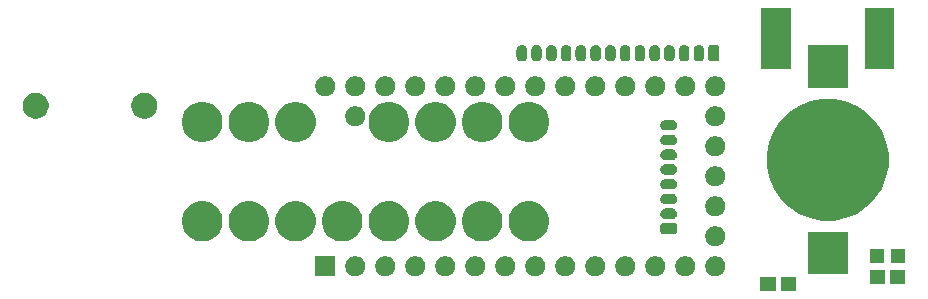
<source format=gbs>
G04 #@! TF.GenerationSoftware,KiCad,Pcbnew,5.1.5*
G04 #@! TF.CreationDate,2019-12-04T09:49:36-05:00*
G04 #@! TF.ProjectId,obd-teensy-oled,6f62642d-7465-4656-9e73-792d6f6c6564,rev?*
G04 #@! TF.SameCoordinates,Original*
G04 #@! TF.FileFunction,Soldermask,Bot*
G04 #@! TF.FilePolarity,Negative*
%FSLAX46Y46*%
G04 Gerber Fmt 4.6, Leading zero omitted, Abs format (unit mm)*
G04 Created by KiCad (PCBNEW 5.1.5) date 2019-12-04 09:49:36*
%MOMM*%
%LPD*%
G04 APERTURE LIST*
%ADD10C,0.100000*%
G04 APERTURE END LIST*
D10*
G36*
X182601870Y-106391710D02*
G01*
X181298850Y-106391710D01*
X181298850Y-105190290D01*
X182601870Y-105190290D01*
X182601870Y-106391710D01*
G37*
G36*
X180905150Y-106391710D02*
G01*
X179602130Y-106391710D01*
X179602130Y-105190290D01*
X180905150Y-105190290D01*
X180905150Y-106391710D01*
G37*
G36*
X191872870Y-105756710D02*
G01*
X190569850Y-105756710D01*
X190569850Y-104555290D01*
X191872870Y-104555290D01*
X191872870Y-105756710D01*
G37*
G36*
X190176150Y-105756710D02*
G01*
X188873130Y-105756710D01*
X188873130Y-104555290D01*
X190176150Y-104555290D01*
X190176150Y-105756710D01*
G37*
G36*
X168396169Y-103448895D02*
G01*
X168551005Y-103513031D01*
X168690354Y-103606140D01*
X168808860Y-103724646D01*
X168901969Y-103863995D01*
X168966105Y-104018831D01*
X168998800Y-104183203D01*
X168998800Y-104350797D01*
X168966105Y-104515169D01*
X168901969Y-104670005D01*
X168808860Y-104809354D01*
X168690354Y-104927860D01*
X168551005Y-105020969D01*
X168396169Y-105085105D01*
X168231797Y-105117800D01*
X168064203Y-105117800D01*
X167899831Y-105085105D01*
X167744995Y-105020969D01*
X167605646Y-104927860D01*
X167487140Y-104809354D01*
X167394031Y-104670005D01*
X167329895Y-104515169D01*
X167297200Y-104350797D01*
X167297200Y-104183203D01*
X167329895Y-104018831D01*
X167394031Y-103863995D01*
X167487140Y-103724646D01*
X167605646Y-103606140D01*
X167744995Y-103513031D01*
X167899831Y-103448895D01*
X168064203Y-103416200D01*
X168231797Y-103416200D01*
X168396169Y-103448895D01*
G37*
G36*
X145536169Y-103448895D02*
G01*
X145691005Y-103513031D01*
X145830354Y-103606140D01*
X145948860Y-103724646D01*
X146041969Y-103863995D01*
X146106105Y-104018831D01*
X146138800Y-104183203D01*
X146138800Y-104350797D01*
X146106105Y-104515169D01*
X146041969Y-104670005D01*
X145948860Y-104809354D01*
X145830354Y-104927860D01*
X145691005Y-105020969D01*
X145536169Y-105085105D01*
X145371797Y-105117800D01*
X145204203Y-105117800D01*
X145039831Y-105085105D01*
X144884995Y-105020969D01*
X144745646Y-104927860D01*
X144627140Y-104809354D01*
X144534031Y-104670005D01*
X144469895Y-104515169D01*
X144437200Y-104350797D01*
X144437200Y-104183203D01*
X144469895Y-104018831D01*
X144534031Y-103863995D01*
X144627140Y-103724646D01*
X144745646Y-103606140D01*
X144884995Y-103513031D01*
X145039831Y-103448895D01*
X145204203Y-103416200D01*
X145371797Y-103416200D01*
X145536169Y-103448895D01*
G37*
G36*
X143598800Y-105117800D02*
G01*
X141897200Y-105117800D01*
X141897200Y-103416200D01*
X143598800Y-103416200D01*
X143598800Y-105117800D01*
G37*
G36*
X173476169Y-103448895D02*
G01*
X173631005Y-103513031D01*
X173770354Y-103606140D01*
X173888860Y-103724646D01*
X173981969Y-103863995D01*
X174046105Y-104018831D01*
X174078800Y-104183203D01*
X174078800Y-104350797D01*
X174046105Y-104515169D01*
X173981969Y-104670005D01*
X173888860Y-104809354D01*
X173770354Y-104927860D01*
X173631005Y-105020969D01*
X173476169Y-105085105D01*
X173311797Y-105117800D01*
X173144203Y-105117800D01*
X172979831Y-105085105D01*
X172824995Y-105020969D01*
X172685646Y-104927860D01*
X172567140Y-104809354D01*
X172474031Y-104670005D01*
X172409895Y-104515169D01*
X172377200Y-104350797D01*
X172377200Y-104183203D01*
X172409895Y-104018831D01*
X172474031Y-103863995D01*
X172567140Y-103724646D01*
X172685646Y-103606140D01*
X172824995Y-103513031D01*
X172979831Y-103448895D01*
X173144203Y-103416200D01*
X173311797Y-103416200D01*
X173476169Y-103448895D01*
G37*
G36*
X170936169Y-103448895D02*
G01*
X171091005Y-103513031D01*
X171230354Y-103606140D01*
X171348860Y-103724646D01*
X171441969Y-103863995D01*
X171506105Y-104018831D01*
X171538800Y-104183203D01*
X171538800Y-104350797D01*
X171506105Y-104515169D01*
X171441969Y-104670005D01*
X171348860Y-104809354D01*
X171230354Y-104927860D01*
X171091005Y-105020969D01*
X170936169Y-105085105D01*
X170771797Y-105117800D01*
X170604203Y-105117800D01*
X170439831Y-105085105D01*
X170284995Y-105020969D01*
X170145646Y-104927860D01*
X170027140Y-104809354D01*
X169934031Y-104670005D01*
X169869895Y-104515169D01*
X169837200Y-104350797D01*
X169837200Y-104183203D01*
X169869895Y-104018831D01*
X169934031Y-103863995D01*
X170027140Y-103724646D01*
X170145646Y-103606140D01*
X170284995Y-103513031D01*
X170439831Y-103448895D01*
X170604203Y-103416200D01*
X170771797Y-103416200D01*
X170936169Y-103448895D01*
G37*
G36*
X165856169Y-103448895D02*
G01*
X166011005Y-103513031D01*
X166150354Y-103606140D01*
X166268860Y-103724646D01*
X166361969Y-103863995D01*
X166426105Y-104018831D01*
X166458800Y-104183203D01*
X166458800Y-104350797D01*
X166426105Y-104515169D01*
X166361969Y-104670005D01*
X166268860Y-104809354D01*
X166150354Y-104927860D01*
X166011005Y-105020969D01*
X165856169Y-105085105D01*
X165691797Y-105117800D01*
X165524203Y-105117800D01*
X165359831Y-105085105D01*
X165204995Y-105020969D01*
X165065646Y-104927860D01*
X164947140Y-104809354D01*
X164854031Y-104670005D01*
X164789895Y-104515169D01*
X164757200Y-104350797D01*
X164757200Y-104183203D01*
X164789895Y-104018831D01*
X164854031Y-103863995D01*
X164947140Y-103724646D01*
X165065646Y-103606140D01*
X165204995Y-103513031D01*
X165359831Y-103448895D01*
X165524203Y-103416200D01*
X165691797Y-103416200D01*
X165856169Y-103448895D01*
G37*
G36*
X163316169Y-103448895D02*
G01*
X163471005Y-103513031D01*
X163610354Y-103606140D01*
X163728860Y-103724646D01*
X163821969Y-103863995D01*
X163886105Y-104018831D01*
X163918800Y-104183203D01*
X163918800Y-104350797D01*
X163886105Y-104515169D01*
X163821969Y-104670005D01*
X163728860Y-104809354D01*
X163610354Y-104927860D01*
X163471005Y-105020969D01*
X163316169Y-105085105D01*
X163151797Y-105117800D01*
X162984203Y-105117800D01*
X162819831Y-105085105D01*
X162664995Y-105020969D01*
X162525646Y-104927860D01*
X162407140Y-104809354D01*
X162314031Y-104670005D01*
X162249895Y-104515169D01*
X162217200Y-104350797D01*
X162217200Y-104183203D01*
X162249895Y-104018831D01*
X162314031Y-103863995D01*
X162407140Y-103724646D01*
X162525646Y-103606140D01*
X162664995Y-103513031D01*
X162819831Y-103448895D01*
X162984203Y-103416200D01*
X163151797Y-103416200D01*
X163316169Y-103448895D01*
G37*
G36*
X160776169Y-103448895D02*
G01*
X160931005Y-103513031D01*
X161070354Y-103606140D01*
X161188860Y-103724646D01*
X161281969Y-103863995D01*
X161346105Y-104018831D01*
X161378800Y-104183203D01*
X161378800Y-104350797D01*
X161346105Y-104515169D01*
X161281969Y-104670005D01*
X161188860Y-104809354D01*
X161070354Y-104927860D01*
X160931005Y-105020969D01*
X160776169Y-105085105D01*
X160611797Y-105117800D01*
X160444203Y-105117800D01*
X160279831Y-105085105D01*
X160124995Y-105020969D01*
X159985646Y-104927860D01*
X159867140Y-104809354D01*
X159774031Y-104670005D01*
X159709895Y-104515169D01*
X159677200Y-104350797D01*
X159677200Y-104183203D01*
X159709895Y-104018831D01*
X159774031Y-103863995D01*
X159867140Y-103724646D01*
X159985646Y-103606140D01*
X160124995Y-103513031D01*
X160279831Y-103448895D01*
X160444203Y-103416200D01*
X160611797Y-103416200D01*
X160776169Y-103448895D01*
G37*
G36*
X158236169Y-103448895D02*
G01*
X158391005Y-103513031D01*
X158530354Y-103606140D01*
X158648860Y-103724646D01*
X158741969Y-103863995D01*
X158806105Y-104018831D01*
X158838800Y-104183203D01*
X158838800Y-104350797D01*
X158806105Y-104515169D01*
X158741969Y-104670005D01*
X158648860Y-104809354D01*
X158530354Y-104927860D01*
X158391005Y-105020969D01*
X158236169Y-105085105D01*
X158071797Y-105117800D01*
X157904203Y-105117800D01*
X157739831Y-105085105D01*
X157584995Y-105020969D01*
X157445646Y-104927860D01*
X157327140Y-104809354D01*
X157234031Y-104670005D01*
X157169895Y-104515169D01*
X157137200Y-104350797D01*
X157137200Y-104183203D01*
X157169895Y-104018831D01*
X157234031Y-103863995D01*
X157327140Y-103724646D01*
X157445646Y-103606140D01*
X157584995Y-103513031D01*
X157739831Y-103448895D01*
X157904203Y-103416200D01*
X158071797Y-103416200D01*
X158236169Y-103448895D01*
G37*
G36*
X155696169Y-103448895D02*
G01*
X155851005Y-103513031D01*
X155990354Y-103606140D01*
X156108860Y-103724646D01*
X156201969Y-103863995D01*
X156266105Y-104018831D01*
X156298800Y-104183203D01*
X156298800Y-104350797D01*
X156266105Y-104515169D01*
X156201969Y-104670005D01*
X156108860Y-104809354D01*
X155990354Y-104927860D01*
X155851005Y-105020969D01*
X155696169Y-105085105D01*
X155531797Y-105117800D01*
X155364203Y-105117800D01*
X155199831Y-105085105D01*
X155044995Y-105020969D01*
X154905646Y-104927860D01*
X154787140Y-104809354D01*
X154694031Y-104670005D01*
X154629895Y-104515169D01*
X154597200Y-104350797D01*
X154597200Y-104183203D01*
X154629895Y-104018831D01*
X154694031Y-103863995D01*
X154787140Y-103724646D01*
X154905646Y-103606140D01*
X155044995Y-103513031D01*
X155199831Y-103448895D01*
X155364203Y-103416200D01*
X155531797Y-103416200D01*
X155696169Y-103448895D01*
G37*
G36*
X153156169Y-103448895D02*
G01*
X153311005Y-103513031D01*
X153450354Y-103606140D01*
X153568860Y-103724646D01*
X153661969Y-103863995D01*
X153726105Y-104018831D01*
X153758800Y-104183203D01*
X153758800Y-104350797D01*
X153726105Y-104515169D01*
X153661969Y-104670005D01*
X153568860Y-104809354D01*
X153450354Y-104927860D01*
X153311005Y-105020969D01*
X153156169Y-105085105D01*
X152991797Y-105117800D01*
X152824203Y-105117800D01*
X152659831Y-105085105D01*
X152504995Y-105020969D01*
X152365646Y-104927860D01*
X152247140Y-104809354D01*
X152154031Y-104670005D01*
X152089895Y-104515169D01*
X152057200Y-104350797D01*
X152057200Y-104183203D01*
X152089895Y-104018831D01*
X152154031Y-103863995D01*
X152247140Y-103724646D01*
X152365646Y-103606140D01*
X152504995Y-103513031D01*
X152659831Y-103448895D01*
X152824203Y-103416200D01*
X152991797Y-103416200D01*
X153156169Y-103448895D01*
G37*
G36*
X150616169Y-103448895D02*
G01*
X150771005Y-103513031D01*
X150910354Y-103606140D01*
X151028860Y-103724646D01*
X151121969Y-103863995D01*
X151186105Y-104018831D01*
X151218800Y-104183203D01*
X151218800Y-104350797D01*
X151186105Y-104515169D01*
X151121969Y-104670005D01*
X151028860Y-104809354D01*
X150910354Y-104927860D01*
X150771005Y-105020969D01*
X150616169Y-105085105D01*
X150451797Y-105117800D01*
X150284203Y-105117800D01*
X150119831Y-105085105D01*
X149964995Y-105020969D01*
X149825646Y-104927860D01*
X149707140Y-104809354D01*
X149614031Y-104670005D01*
X149549895Y-104515169D01*
X149517200Y-104350797D01*
X149517200Y-104183203D01*
X149549895Y-104018831D01*
X149614031Y-103863995D01*
X149707140Y-103724646D01*
X149825646Y-103606140D01*
X149964995Y-103513031D01*
X150119831Y-103448895D01*
X150284203Y-103416200D01*
X150451797Y-103416200D01*
X150616169Y-103448895D01*
G37*
G36*
X176016169Y-103448895D02*
G01*
X176171005Y-103513031D01*
X176310354Y-103606140D01*
X176428860Y-103724646D01*
X176521969Y-103863995D01*
X176586105Y-104018831D01*
X176618800Y-104183203D01*
X176618800Y-104350797D01*
X176586105Y-104515169D01*
X176521969Y-104670005D01*
X176428860Y-104809354D01*
X176310354Y-104927860D01*
X176171005Y-105020969D01*
X176016169Y-105085105D01*
X175851797Y-105117800D01*
X175684203Y-105117800D01*
X175519831Y-105085105D01*
X175364995Y-105020969D01*
X175225646Y-104927860D01*
X175107140Y-104809354D01*
X175014031Y-104670005D01*
X174949895Y-104515169D01*
X174917200Y-104350797D01*
X174917200Y-104183203D01*
X174949895Y-104018831D01*
X175014031Y-103863995D01*
X175107140Y-103724646D01*
X175225646Y-103606140D01*
X175364995Y-103513031D01*
X175519831Y-103448895D01*
X175684203Y-103416200D01*
X175851797Y-103416200D01*
X176016169Y-103448895D01*
G37*
G36*
X148076169Y-103448895D02*
G01*
X148231005Y-103513031D01*
X148370354Y-103606140D01*
X148488860Y-103724646D01*
X148581969Y-103863995D01*
X148646105Y-104018831D01*
X148678800Y-104183203D01*
X148678800Y-104350797D01*
X148646105Y-104515169D01*
X148581969Y-104670005D01*
X148488860Y-104809354D01*
X148370354Y-104927860D01*
X148231005Y-105020969D01*
X148076169Y-105085105D01*
X147911797Y-105117800D01*
X147744203Y-105117800D01*
X147579831Y-105085105D01*
X147424995Y-105020969D01*
X147285646Y-104927860D01*
X147167140Y-104809354D01*
X147074031Y-104670005D01*
X147009895Y-104515169D01*
X146977200Y-104350797D01*
X146977200Y-104183203D01*
X147009895Y-104018831D01*
X147074031Y-103863995D01*
X147167140Y-103724646D01*
X147285646Y-103606140D01*
X147424995Y-103513031D01*
X147579831Y-103448895D01*
X147744203Y-103416200D01*
X147911797Y-103416200D01*
X148076169Y-103448895D01*
G37*
G36*
X186993800Y-104950800D02*
G01*
X183592200Y-104950800D01*
X183592200Y-101349200D01*
X186993800Y-101349200D01*
X186993800Y-104950800D01*
G37*
G36*
X190084710Y-103978710D02*
G01*
X188883290Y-103978710D01*
X188883290Y-102777290D01*
X190084710Y-102777290D01*
X190084710Y-103978710D01*
G37*
G36*
X191837310Y-103978710D02*
G01*
X190635890Y-103978710D01*
X190635890Y-102777290D01*
X191837310Y-102777290D01*
X191837310Y-103978710D01*
G37*
G36*
X176016169Y-100908895D02*
G01*
X176171005Y-100973031D01*
X176310354Y-101066140D01*
X176428860Y-101184646D01*
X176521969Y-101323995D01*
X176586105Y-101478831D01*
X176618800Y-101643203D01*
X176618800Y-101810797D01*
X176586105Y-101975169D01*
X176521969Y-102130005D01*
X176428860Y-102269354D01*
X176310354Y-102387860D01*
X176171005Y-102480969D01*
X176016169Y-102545105D01*
X175851797Y-102577800D01*
X175684203Y-102577800D01*
X175519831Y-102545105D01*
X175364995Y-102480969D01*
X175225646Y-102387860D01*
X175107140Y-102269354D01*
X175014031Y-102130005D01*
X174949895Y-101975169D01*
X174917200Y-101810797D01*
X174917200Y-101643203D01*
X174949895Y-101478831D01*
X175014031Y-101323995D01*
X175107140Y-101184646D01*
X175225646Y-101066140D01*
X175364995Y-100973031D01*
X175519831Y-100908895D01*
X175684203Y-100876200D01*
X175851797Y-100876200D01*
X176016169Y-100908895D01*
G37*
G36*
X132832620Y-98813272D02*
G01*
X133143713Y-98942131D01*
X133216102Y-98990500D01*
X133423692Y-99129207D01*
X133661793Y-99367308D01*
X133751587Y-99501694D01*
X133848869Y-99647287D01*
X133977728Y-99958380D01*
X134043420Y-100288637D01*
X134043420Y-100625363D01*
X133977728Y-100955620D01*
X133848869Y-101266713D01*
X133798983Y-101341373D01*
X133689222Y-101505642D01*
X133661792Y-101546693D01*
X133423693Y-101784792D01*
X133143713Y-101971869D01*
X132832620Y-102100728D01*
X132502363Y-102166420D01*
X132165637Y-102166420D01*
X131835380Y-102100728D01*
X131524287Y-101971869D01*
X131244307Y-101784792D01*
X131006208Y-101546693D01*
X130978779Y-101505642D01*
X130869017Y-101341373D01*
X130819131Y-101266713D01*
X130690272Y-100955620D01*
X130624580Y-100625363D01*
X130624580Y-100288637D01*
X130690272Y-99958380D01*
X130819131Y-99647287D01*
X130916413Y-99501694D01*
X131006207Y-99367308D01*
X131244308Y-99129207D01*
X131451898Y-98990500D01*
X131524287Y-98942131D01*
X131835380Y-98813272D01*
X132165637Y-98747580D01*
X132502363Y-98747580D01*
X132832620Y-98813272D01*
G37*
G36*
X160480520Y-98813272D02*
G01*
X160791613Y-98942131D01*
X160864002Y-98990500D01*
X161071592Y-99129207D01*
X161309693Y-99367308D01*
X161399487Y-99501694D01*
X161496769Y-99647287D01*
X161625628Y-99958380D01*
X161691320Y-100288637D01*
X161691320Y-100625363D01*
X161625628Y-100955620D01*
X161496769Y-101266713D01*
X161446883Y-101341373D01*
X161337122Y-101505642D01*
X161309692Y-101546693D01*
X161071593Y-101784792D01*
X160791613Y-101971869D01*
X160480520Y-102100728D01*
X160150263Y-102166420D01*
X159813537Y-102166420D01*
X159483280Y-102100728D01*
X159172187Y-101971869D01*
X158892207Y-101784792D01*
X158654108Y-101546693D01*
X158626679Y-101505642D01*
X158516917Y-101341373D01*
X158467031Y-101266713D01*
X158338172Y-100955620D01*
X158272480Y-100625363D01*
X158272480Y-100288637D01*
X158338172Y-99958380D01*
X158467031Y-99647287D01*
X158564313Y-99501694D01*
X158654107Y-99367308D01*
X158892208Y-99129207D01*
X159099798Y-98990500D01*
X159172187Y-98942131D01*
X159483280Y-98813272D01*
X159813537Y-98747580D01*
X160150263Y-98747580D01*
X160480520Y-98813272D01*
G37*
G36*
X156530820Y-98813272D02*
G01*
X156841913Y-98942131D01*
X156914302Y-98990500D01*
X157121892Y-99129207D01*
X157359993Y-99367308D01*
X157449787Y-99501694D01*
X157547069Y-99647287D01*
X157675928Y-99958380D01*
X157741620Y-100288637D01*
X157741620Y-100625363D01*
X157675928Y-100955620D01*
X157547069Y-101266713D01*
X157497183Y-101341373D01*
X157387422Y-101505642D01*
X157359992Y-101546693D01*
X157121893Y-101784792D01*
X156841913Y-101971869D01*
X156530820Y-102100728D01*
X156200563Y-102166420D01*
X155863837Y-102166420D01*
X155533580Y-102100728D01*
X155222487Y-101971869D01*
X154942507Y-101784792D01*
X154704408Y-101546693D01*
X154676979Y-101505642D01*
X154567217Y-101341373D01*
X154517331Y-101266713D01*
X154388472Y-100955620D01*
X154322780Y-100625363D01*
X154322780Y-100288637D01*
X154388472Y-99958380D01*
X154517331Y-99647287D01*
X154614613Y-99501694D01*
X154704407Y-99367308D01*
X154942508Y-99129207D01*
X155150098Y-98990500D01*
X155222487Y-98942131D01*
X155533580Y-98813272D01*
X155863837Y-98747580D01*
X156200563Y-98747580D01*
X156530820Y-98813272D01*
G37*
G36*
X152581120Y-98813272D02*
G01*
X152892213Y-98942131D01*
X152964602Y-98990500D01*
X153172192Y-99129207D01*
X153410293Y-99367308D01*
X153500087Y-99501694D01*
X153597369Y-99647287D01*
X153726228Y-99958380D01*
X153791920Y-100288637D01*
X153791920Y-100625363D01*
X153726228Y-100955620D01*
X153597369Y-101266713D01*
X153547483Y-101341373D01*
X153437722Y-101505642D01*
X153410292Y-101546693D01*
X153172193Y-101784792D01*
X152892213Y-101971869D01*
X152581120Y-102100728D01*
X152250863Y-102166420D01*
X151914137Y-102166420D01*
X151583880Y-102100728D01*
X151272787Y-101971869D01*
X150992807Y-101784792D01*
X150754708Y-101546693D01*
X150727279Y-101505642D01*
X150617517Y-101341373D01*
X150567631Y-101266713D01*
X150438772Y-100955620D01*
X150373080Y-100625363D01*
X150373080Y-100288637D01*
X150438772Y-99958380D01*
X150567631Y-99647287D01*
X150664913Y-99501694D01*
X150754707Y-99367308D01*
X150992808Y-99129207D01*
X151200398Y-98990500D01*
X151272787Y-98942131D01*
X151583880Y-98813272D01*
X151914137Y-98747580D01*
X152250863Y-98747580D01*
X152581120Y-98813272D01*
G37*
G36*
X144684260Y-98813272D02*
G01*
X144995353Y-98942131D01*
X145067742Y-98990500D01*
X145275332Y-99129207D01*
X145513433Y-99367308D01*
X145603227Y-99501694D01*
X145700509Y-99647287D01*
X145829368Y-99958380D01*
X145895060Y-100288637D01*
X145895060Y-100625363D01*
X145829368Y-100955620D01*
X145700509Y-101266713D01*
X145650623Y-101341373D01*
X145540862Y-101505642D01*
X145513432Y-101546693D01*
X145275333Y-101784792D01*
X144995353Y-101971869D01*
X144684260Y-102100728D01*
X144354003Y-102166420D01*
X144017277Y-102166420D01*
X143687020Y-102100728D01*
X143375927Y-101971869D01*
X143095947Y-101784792D01*
X142857848Y-101546693D01*
X142830419Y-101505642D01*
X142720657Y-101341373D01*
X142670771Y-101266713D01*
X142541912Y-100955620D01*
X142476220Y-100625363D01*
X142476220Y-100288637D01*
X142541912Y-99958380D01*
X142670771Y-99647287D01*
X142768053Y-99501694D01*
X142857847Y-99367308D01*
X143095948Y-99129207D01*
X143303538Y-98990500D01*
X143375927Y-98942131D01*
X143687020Y-98813272D01*
X144017277Y-98747580D01*
X144354003Y-98747580D01*
X144684260Y-98813272D01*
G37*
G36*
X140734560Y-98813272D02*
G01*
X141045653Y-98942131D01*
X141118042Y-98990500D01*
X141325632Y-99129207D01*
X141563733Y-99367308D01*
X141653527Y-99501694D01*
X141750809Y-99647287D01*
X141879668Y-99958380D01*
X141945360Y-100288637D01*
X141945360Y-100625363D01*
X141879668Y-100955620D01*
X141750809Y-101266713D01*
X141700923Y-101341373D01*
X141591162Y-101505642D01*
X141563732Y-101546693D01*
X141325633Y-101784792D01*
X141045653Y-101971869D01*
X140734560Y-102100728D01*
X140404303Y-102166420D01*
X140067577Y-102166420D01*
X139737320Y-102100728D01*
X139426227Y-101971869D01*
X139146247Y-101784792D01*
X138908148Y-101546693D01*
X138880719Y-101505642D01*
X138770957Y-101341373D01*
X138721071Y-101266713D01*
X138592212Y-100955620D01*
X138526520Y-100625363D01*
X138526520Y-100288637D01*
X138592212Y-99958380D01*
X138721071Y-99647287D01*
X138818353Y-99501694D01*
X138908147Y-99367308D01*
X139146248Y-99129207D01*
X139353838Y-98990500D01*
X139426227Y-98942131D01*
X139737320Y-98813272D01*
X140067577Y-98747580D01*
X140404303Y-98747580D01*
X140734560Y-98813272D01*
G37*
G36*
X136784860Y-98813272D02*
G01*
X137095953Y-98942131D01*
X137168342Y-98990500D01*
X137375932Y-99129207D01*
X137614033Y-99367308D01*
X137703827Y-99501694D01*
X137801109Y-99647287D01*
X137929968Y-99958380D01*
X137995660Y-100288637D01*
X137995660Y-100625363D01*
X137929968Y-100955620D01*
X137801109Y-101266713D01*
X137751223Y-101341373D01*
X137641462Y-101505642D01*
X137614032Y-101546693D01*
X137375933Y-101784792D01*
X137095953Y-101971869D01*
X136784860Y-102100728D01*
X136454603Y-102166420D01*
X136117877Y-102166420D01*
X135787620Y-102100728D01*
X135476527Y-101971869D01*
X135196547Y-101784792D01*
X134958448Y-101546693D01*
X134931019Y-101505642D01*
X134821257Y-101341373D01*
X134771371Y-101266713D01*
X134642512Y-100955620D01*
X134576820Y-100625363D01*
X134576820Y-100288637D01*
X134642512Y-99958380D01*
X134771371Y-99647287D01*
X134868653Y-99501694D01*
X134958447Y-99367308D01*
X135196548Y-99129207D01*
X135404138Y-98990500D01*
X135476527Y-98942131D01*
X135787620Y-98813272D01*
X136117877Y-98747580D01*
X136454603Y-98747580D01*
X136784860Y-98813272D01*
G37*
G36*
X148631420Y-98813272D02*
G01*
X148942513Y-98942131D01*
X149014902Y-98990500D01*
X149222492Y-99129207D01*
X149460593Y-99367308D01*
X149550387Y-99501694D01*
X149647669Y-99647287D01*
X149776528Y-99958380D01*
X149842220Y-100288637D01*
X149842220Y-100625363D01*
X149776528Y-100955620D01*
X149647669Y-101266713D01*
X149597783Y-101341373D01*
X149488022Y-101505642D01*
X149460592Y-101546693D01*
X149222493Y-101784792D01*
X148942513Y-101971869D01*
X148631420Y-102100728D01*
X148301163Y-102166420D01*
X147964437Y-102166420D01*
X147634180Y-102100728D01*
X147323087Y-101971869D01*
X147043107Y-101784792D01*
X146805008Y-101546693D01*
X146777579Y-101505642D01*
X146667817Y-101341373D01*
X146617931Y-101266713D01*
X146489072Y-100955620D01*
X146423380Y-100625363D01*
X146423380Y-100288637D01*
X146489072Y-99958380D01*
X146617931Y-99647287D01*
X146715213Y-99501694D01*
X146805007Y-99367308D01*
X147043108Y-99129207D01*
X147250698Y-98990500D01*
X147323087Y-98942131D01*
X147634180Y-98813272D01*
X147964437Y-98747580D01*
X148301163Y-98747580D01*
X148631420Y-98813272D01*
G37*
G36*
X172370766Y-100625283D02*
G01*
X172408242Y-100636651D01*
X172442778Y-100655111D01*
X172473048Y-100679952D01*
X172497889Y-100710222D01*
X172516349Y-100744758D01*
X172527717Y-100782234D01*
X172531800Y-100823691D01*
X172531800Y-101320309D01*
X172527717Y-101361766D01*
X172516349Y-101399242D01*
X172497889Y-101433778D01*
X172473048Y-101464048D01*
X172442778Y-101488889D01*
X172408242Y-101507349D01*
X172370766Y-101518717D01*
X172329309Y-101522800D01*
X171332691Y-101522800D01*
X171291234Y-101518717D01*
X171253758Y-101507349D01*
X171219222Y-101488889D01*
X171188952Y-101464048D01*
X171164111Y-101433778D01*
X171145651Y-101399242D01*
X171134283Y-101361766D01*
X171130200Y-101320309D01*
X171130200Y-100823691D01*
X171134283Y-100782234D01*
X171145651Y-100744758D01*
X171164111Y-100710222D01*
X171188952Y-100679952D01*
X171219222Y-100655111D01*
X171253758Y-100636651D01*
X171291234Y-100625283D01*
X171332691Y-100621200D01*
X172329309Y-100621200D01*
X172370766Y-100625283D01*
G37*
G36*
X186795433Y-90297142D02*
G01*
X187732819Y-90685420D01*
X188576444Y-91249112D01*
X189293888Y-91966556D01*
X189857580Y-92810181D01*
X190245858Y-93747567D01*
X190443800Y-94742690D01*
X190443800Y-95757310D01*
X190245858Y-96752433D01*
X189857580Y-97689819D01*
X189293888Y-98533444D01*
X188576444Y-99250888D01*
X187732819Y-99814580D01*
X186795433Y-100202858D01*
X185800310Y-100400800D01*
X184785690Y-100400800D01*
X183790567Y-100202858D01*
X182853181Y-99814580D01*
X182009556Y-99250888D01*
X181292112Y-98533444D01*
X180728420Y-97689819D01*
X180340142Y-96752433D01*
X180142200Y-95757310D01*
X180142200Y-94742690D01*
X180340142Y-93747567D01*
X180728420Y-92810181D01*
X181292112Y-91966556D01*
X182009556Y-91249112D01*
X182853181Y-90685420D01*
X183790567Y-90297142D01*
X184785690Y-90099200D01*
X185800310Y-90099200D01*
X186795433Y-90297142D01*
G37*
G36*
X172169369Y-99377722D02*
G01*
X172169372Y-99377723D01*
X172254348Y-99403500D01*
X172332663Y-99445360D01*
X172401306Y-99501694D01*
X172457640Y-99570337D01*
X172499500Y-99648652D01*
X172522330Y-99723912D01*
X172525278Y-99733631D01*
X172533982Y-99822000D01*
X172525278Y-99910369D01*
X172525277Y-99910372D01*
X172499500Y-99995348D01*
X172457640Y-100073663D01*
X172401306Y-100142306D01*
X172332663Y-100198640D01*
X172254348Y-100240500D01*
X172179088Y-100263330D01*
X172169369Y-100266278D01*
X172103149Y-100272800D01*
X171558851Y-100272800D01*
X171492631Y-100266278D01*
X171482912Y-100263330D01*
X171407652Y-100240500D01*
X171329337Y-100198640D01*
X171260694Y-100142306D01*
X171204360Y-100073663D01*
X171162500Y-99995348D01*
X171136723Y-99910372D01*
X171136722Y-99910369D01*
X171128018Y-99822000D01*
X171136722Y-99733631D01*
X171139670Y-99723912D01*
X171162500Y-99648652D01*
X171204360Y-99570337D01*
X171260694Y-99501694D01*
X171329337Y-99445360D01*
X171407652Y-99403500D01*
X171492628Y-99377723D01*
X171492631Y-99377722D01*
X171558851Y-99371200D01*
X172103149Y-99371200D01*
X172169369Y-99377722D01*
G37*
G36*
X176016169Y-98368895D02*
G01*
X176171005Y-98433031D01*
X176310354Y-98526140D01*
X176428860Y-98644646D01*
X176521969Y-98783995D01*
X176586105Y-98938831D01*
X176618800Y-99103203D01*
X176618800Y-99270797D01*
X176586105Y-99435169D01*
X176521969Y-99590005D01*
X176428860Y-99729354D01*
X176310354Y-99847860D01*
X176171005Y-99940969D01*
X176016169Y-100005105D01*
X175851797Y-100037800D01*
X175684203Y-100037800D01*
X175519831Y-100005105D01*
X175364995Y-99940969D01*
X175225646Y-99847860D01*
X175107140Y-99729354D01*
X175014031Y-99590005D01*
X174949895Y-99435169D01*
X174917200Y-99270797D01*
X174917200Y-99103203D01*
X174949895Y-98938831D01*
X175014031Y-98783995D01*
X175107140Y-98644646D01*
X175225646Y-98526140D01*
X175364995Y-98433031D01*
X175519831Y-98368895D01*
X175684203Y-98336200D01*
X175851797Y-98336200D01*
X176016169Y-98368895D01*
G37*
G36*
X172169369Y-98127722D02*
G01*
X172169372Y-98127723D01*
X172254348Y-98153500D01*
X172332663Y-98195360D01*
X172401306Y-98251694D01*
X172457640Y-98320337D01*
X172499500Y-98398652D01*
X172522330Y-98473912D01*
X172525278Y-98483631D01*
X172533982Y-98572000D01*
X172525278Y-98660369D01*
X172525277Y-98660372D01*
X172499500Y-98745348D01*
X172457640Y-98823663D01*
X172401306Y-98892306D01*
X172332663Y-98948640D01*
X172254348Y-98990500D01*
X172179088Y-99013330D01*
X172169369Y-99016278D01*
X172103149Y-99022800D01*
X171558851Y-99022800D01*
X171492631Y-99016278D01*
X171482912Y-99013330D01*
X171407652Y-98990500D01*
X171329337Y-98948640D01*
X171260694Y-98892306D01*
X171204360Y-98823663D01*
X171162500Y-98745348D01*
X171136723Y-98660372D01*
X171136722Y-98660369D01*
X171128018Y-98572000D01*
X171136722Y-98483631D01*
X171139670Y-98473912D01*
X171162500Y-98398652D01*
X171204360Y-98320337D01*
X171260694Y-98251694D01*
X171329337Y-98195360D01*
X171407652Y-98153500D01*
X171492628Y-98127723D01*
X171492631Y-98127722D01*
X171558851Y-98121200D01*
X172103149Y-98121200D01*
X172169369Y-98127722D01*
G37*
G36*
X172169369Y-96877722D02*
G01*
X172169372Y-96877723D01*
X172254348Y-96903500D01*
X172332663Y-96945360D01*
X172401306Y-97001694D01*
X172457640Y-97070337D01*
X172499500Y-97148652D01*
X172511847Y-97189355D01*
X172525278Y-97233631D01*
X172533982Y-97322000D01*
X172525278Y-97410369D01*
X172525277Y-97410372D01*
X172499500Y-97495348D01*
X172457640Y-97573663D01*
X172401306Y-97642306D01*
X172332663Y-97698640D01*
X172254348Y-97740500D01*
X172179088Y-97763330D01*
X172169369Y-97766278D01*
X172103149Y-97772800D01*
X171558851Y-97772800D01*
X171492631Y-97766278D01*
X171482912Y-97763330D01*
X171407652Y-97740500D01*
X171329337Y-97698640D01*
X171260694Y-97642306D01*
X171204360Y-97573663D01*
X171162500Y-97495348D01*
X171136723Y-97410372D01*
X171136722Y-97410369D01*
X171128018Y-97322000D01*
X171136722Y-97233631D01*
X171150153Y-97189355D01*
X171162500Y-97148652D01*
X171204360Y-97070337D01*
X171260694Y-97001694D01*
X171329337Y-96945360D01*
X171407652Y-96903500D01*
X171492628Y-96877723D01*
X171492631Y-96877722D01*
X171558851Y-96871200D01*
X172103149Y-96871200D01*
X172169369Y-96877722D01*
G37*
G36*
X176016169Y-95828895D02*
G01*
X176171005Y-95893031D01*
X176310354Y-95986140D01*
X176428860Y-96104646D01*
X176521969Y-96243995D01*
X176586105Y-96398831D01*
X176618800Y-96563203D01*
X176618800Y-96730797D01*
X176586105Y-96895169D01*
X176521969Y-97050005D01*
X176428860Y-97189354D01*
X176310354Y-97307860D01*
X176171005Y-97400969D01*
X176016169Y-97465105D01*
X175851797Y-97497800D01*
X175684203Y-97497800D01*
X175519831Y-97465105D01*
X175364995Y-97400969D01*
X175225646Y-97307860D01*
X175107140Y-97189354D01*
X175014031Y-97050005D01*
X174949895Y-96895169D01*
X174917200Y-96730797D01*
X174917200Y-96563203D01*
X174949895Y-96398831D01*
X175014031Y-96243995D01*
X175107140Y-96104646D01*
X175225646Y-95986140D01*
X175364995Y-95893031D01*
X175519831Y-95828895D01*
X175684203Y-95796200D01*
X175851797Y-95796200D01*
X176016169Y-95828895D01*
G37*
G36*
X172169369Y-95627722D02*
G01*
X172169372Y-95627723D01*
X172254348Y-95653500D01*
X172332663Y-95695360D01*
X172401306Y-95751694D01*
X172457640Y-95820337D01*
X172499500Y-95898652D01*
X172522330Y-95973912D01*
X172525278Y-95983631D01*
X172533982Y-96072000D01*
X172525278Y-96160369D01*
X172525277Y-96160372D01*
X172499500Y-96245348D01*
X172457640Y-96323663D01*
X172401306Y-96392306D01*
X172332663Y-96448640D01*
X172254348Y-96490500D01*
X172179088Y-96513330D01*
X172169369Y-96516278D01*
X172103149Y-96522800D01*
X171558851Y-96522800D01*
X171492631Y-96516278D01*
X171482912Y-96513330D01*
X171407652Y-96490500D01*
X171329337Y-96448640D01*
X171260694Y-96392306D01*
X171204360Y-96323663D01*
X171162500Y-96245348D01*
X171136723Y-96160372D01*
X171136722Y-96160369D01*
X171128018Y-96072000D01*
X171136722Y-95983631D01*
X171139670Y-95973912D01*
X171162500Y-95898652D01*
X171204360Y-95820337D01*
X171260694Y-95751694D01*
X171329337Y-95695360D01*
X171407652Y-95653500D01*
X171492628Y-95627723D01*
X171492631Y-95627722D01*
X171558851Y-95621200D01*
X172103149Y-95621200D01*
X172169369Y-95627722D01*
G37*
G36*
X172169369Y-94377722D02*
G01*
X172169372Y-94377723D01*
X172254348Y-94403500D01*
X172332663Y-94445360D01*
X172401306Y-94501694D01*
X172457640Y-94570337D01*
X172499500Y-94648652D01*
X172499713Y-94649355D01*
X172525278Y-94733631D01*
X172533982Y-94822000D01*
X172525278Y-94910369D01*
X172525277Y-94910372D01*
X172499500Y-94995348D01*
X172457640Y-95073663D01*
X172401306Y-95142306D01*
X172332663Y-95198640D01*
X172254348Y-95240500D01*
X172179088Y-95263330D01*
X172169369Y-95266278D01*
X172103149Y-95272800D01*
X171558851Y-95272800D01*
X171492631Y-95266278D01*
X171482912Y-95263330D01*
X171407652Y-95240500D01*
X171329337Y-95198640D01*
X171260694Y-95142306D01*
X171204360Y-95073663D01*
X171162500Y-94995348D01*
X171136723Y-94910372D01*
X171136722Y-94910369D01*
X171128018Y-94822000D01*
X171136722Y-94733631D01*
X171162287Y-94649355D01*
X171162500Y-94648652D01*
X171204360Y-94570337D01*
X171260694Y-94501694D01*
X171329337Y-94445360D01*
X171407652Y-94403500D01*
X171492628Y-94377723D01*
X171492631Y-94377722D01*
X171558851Y-94371200D01*
X172103149Y-94371200D01*
X172169369Y-94377722D01*
G37*
G36*
X176016169Y-93288895D02*
G01*
X176171005Y-93353031D01*
X176310354Y-93446140D01*
X176428860Y-93564646D01*
X176521969Y-93703995D01*
X176586105Y-93858831D01*
X176618800Y-94023203D01*
X176618800Y-94190797D01*
X176586105Y-94355169D01*
X176521969Y-94510005D01*
X176428860Y-94649354D01*
X176310354Y-94767860D01*
X176171005Y-94860969D01*
X176016169Y-94925105D01*
X175851797Y-94957800D01*
X175684203Y-94957800D01*
X175519831Y-94925105D01*
X175364995Y-94860969D01*
X175225646Y-94767860D01*
X175107140Y-94649354D01*
X175014031Y-94510005D01*
X174949895Y-94355169D01*
X174917200Y-94190797D01*
X174917200Y-94023203D01*
X174949895Y-93858831D01*
X175014031Y-93703995D01*
X175107140Y-93564646D01*
X175225646Y-93446140D01*
X175364995Y-93353031D01*
X175519831Y-93288895D01*
X175684203Y-93256200D01*
X175851797Y-93256200D01*
X176016169Y-93288895D01*
G37*
G36*
X172169369Y-93127722D02*
G01*
X172169372Y-93127723D01*
X172254348Y-93153500D01*
X172332663Y-93195360D01*
X172401306Y-93251694D01*
X172457640Y-93320337D01*
X172499500Y-93398652D01*
X172513905Y-93446140D01*
X172525278Y-93483631D01*
X172533982Y-93572000D01*
X172525278Y-93660369D01*
X172525277Y-93660372D01*
X172499500Y-93745348D01*
X172457640Y-93823663D01*
X172401306Y-93892306D01*
X172332663Y-93948640D01*
X172254348Y-93990500D01*
X172179088Y-94013330D01*
X172169369Y-94016278D01*
X172103149Y-94022800D01*
X171558851Y-94022800D01*
X171492631Y-94016278D01*
X171482912Y-94013330D01*
X171407652Y-93990500D01*
X171329337Y-93948640D01*
X171260694Y-93892306D01*
X171204360Y-93823663D01*
X171162500Y-93745348D01*
X171136723Y-93660372D01*
X171136722Y-93660369D01*
X171128018Y-93572000D01*
X171136722Y-93483631D01*
X171148095Y-93446140D01*
X171162500Y-93398652D01*
X171204360Y-93320337D01*
X171260694Y-93251694D01*
X171329337Y-93195360D01*
X171407652Y-93153500D01*
X171492628Y-93127723D01*
X171492631Y-93127722D01*
X171558851Y-93121200D01*
X172103149Y-93121200D01*
X172169369Y-93127722D01*
G37*
G36*
X132832620Y-90413492D02*
G01*
X133143713Y-90542351D01*
X133143714Y-90542352D01*
X133423692Y-90729427D01*
X133661793Y-90967528D01*
X133682883Y-90999092D01*
X133848869Y-91247507D01*
X133977728Y-91558600D01*
X134043420Y-91888857D01*
X134043420Y-92225583D01*
X133977728Y-92555840D01*
X133848869Y-92866933D01*
X133848868Y-92866934D01*
X133661793Y-93146912D01*
X133423692Y-93385013D01*
X133332209Y-93446140D01*
X133143713Y-93572089D01*
X132832620Y-93700948D01*
X132502363Y-93766640D01*
X132165637Y-93766640D01*
X131835380Y-93700948D01*
X131524287Y-93572089D01*
X131335791Y-93446140D01*
X131244308Y-93385013D01*
X131006207Y-93146912D01*
X130819132Y-92866934D01*
X130819131Y-92866933D01*
X130690272Y-92555840D01*
X130624580Y-92225583D01*
X130624580Y-91888857D01*
X130690272Y-91558600D01*
X130819131Y-91247507D01*
X130985117Y-90999092D01*
X131006207Y-90967528D01*
X131244308Y-90729427D01*
X131524286Y-90542352D01*
X131524287Y-90542351D01*
X131835380Y-90413492D01*
X132165637Y-90347800D01*
X132502363Y-90347800D01*
X132832620Y-90413492D01*
G37*
G36*
X152581120Y-90413492D02*
G01*
X152892213Y-90542351D01*
X152892214Y-90542352D01*
X153172192Y-90729427D01*
X153410293Y-90967528D01*
X153431383Y-90999092D01*
X153597369Y-91247507D01*
X153726228Y-91558600D01*
X153791920Y-91888857D01*
X153791920Y-92225583D01*
X153726228Y-92555840D01*
X153597369Y-92866933D01*
X153597368Y-92866934D01*
X153410293Y-93146912D01*
X153172192Y-93385013D01*
X153080709Y-93446140D01*
X152892213Y-93572089D01*
X152581120Y-93700948D01*
X152250863Y-93766640D01*
X151914137Y-93766640D01*
X151583880Y-93700948D01*
X151272787Y-93572089D01*
X151084291Y-93446140D01*
X150992808Y-93385013D01*
X150754707Y-93146912D01*
X150567632Y-92866934D01*
X150567631Y-92866933D01*
X150438772Y-92555840D01*
X150373080Y-92225583D01*
X150373080Y-91888857D01*
X150438772Y-91558600D01*
X150567631Y-91247507D01*
X150733617Y-90999092D01*
X150754707Y-90967528D01*
X150992808Y-90729427D01*
X151272786Y-90542352D01*
X151272787Y-90542351D01*
X151583880Y-90413492D01*
X151914137Y-90347800D01*
X152250863Y-90347800D01*
X152581120Y-90413492D01*
G37*
G36*
X140734560Y-90413492D02*
G01*
X141045653Y-90542351D01*
X141045654Y-90542352D01*
X141325632Y-90729427D01*
X141563733Y-90967528D01*
X141584823Y-90999092D01*
X141750809Y-91247507D01*
X141879668Y-91558600D01*
X141945360Y-91888857D01*
X141945360Y-92225583D01*
X141879668Y-92555840D01*
X141750809Y-92866933D01*
X141750808Y-92866934D01*
X141563733Y-93146912D01*
X141325632Y-93385013D01*
X141234149Y-93446140D01*
X141045653Y-93572089D01*
X140734560Y-93700948D01*
X140404303Y-93766640D01*
X140067577Y-93766640D01*
X139737320Y-93700948D01*
X139426227Y-93572089D01*
X139237731Y-93446140D01*
X139146248Y-93385013D01*
X138908147Y-93146912D01*
X138721072Y-92866934D01*
X138721071Y-92866933D01*
X138592212Y-92555840D01*
X138526520Y-92225583D01*
X138526520Y-91888857D01*
X138592212Y-91558600D01*
X138721071Y-91247507D01*
X138887057Y-90999092D01*
X138908147Y-90967528D01*
X139146248Y-90729427D01*
X139426226Y-90542352D01*
X139426227Y-90542351D01*
X139737320Y-90413492D01*
X140067577Y-90347800D01*
X140404303Y-90347800D01*
X140734560Y-90413492D01*
G37*
G36*
X156530820Y-90413492D02*
G01*
X156841913Y-90542351D01*
X156841914Y-90542352D01*
X157121892Y-90729427D01*
X157359993Y-90967528D01*
X157381083Y-90999092D01*
X157547069Y-91247507D01*
X157675928Y-91558600D01*
X157741620Y-91888857D01*
X157741620Y-92225583D01*
X157675928Y-92555840D01*
X157547069Y-92866933D01*
X157547068Y-92866934D01*
X157359993Y-93146912D01*
X157121892Y-93385013D01*
X157030409Y-93446140D01*
X156841913Y-93572089D01*
X156530820Y-93700948D01*
X156200563Y-93766640D01*
X155863837Y-93766640D01*
X155533580Y-93700948D01*
X155222487Y-93572089D01*
X155033991Y-93446140D01*
X154942508Y-93385013D01*
X154704407Y-93146912D01*
X154517332Y-92866934D01*
X154517331Y-92866933D01*
X154388472Y-92555840D01*
X154322780Y-92225583D01*
X154322780Y-91888857D01*
X154388472Y-91558600D01*
X154517331Y-91247507D01*
X154683317Y-90999092D01*
X154704407Y-90967528D01*
X154942508Y-90729427D01*
X155222486Y-90542352D01*
X155222487Y-90542351D01*
X155533580Y-90413492D01*
X155863837Y-90347800D01*
X156200563Y-90347800D01*
X156530820Y-90413492D01*
G37*
G36*
X148631420Y-90413492D02*
G01*
X148942513Y-90542351D01*
X148942514Y-90542352D01*
X149222492Y-90729427D01*
X149460593Y-90967528D01*
X149481683Y-90999092D01*
X149647669Y-91247507D01*
X149776528Y-91558600D01*
X149842220Y-91888857D01*
X149842220Y-92225583D01*
X149776528Y-92555840D01*
X149647669Y-92866933D01*
X149647668Y-92866934D01*
X149460593Y-93146912D01*
X149222492Y-93385013D01*
X149131009Y-93446140D01*
X148942513Y-93572089D01*
X148631420Y-93700948D01*
X148301163Y-93766640D01*
X147964437Y-93766640D01*
X147634180Y-93700948D01*
X147323087Y-93572089D01*
X147134591Y-93446140D01*
X147043108Y-93385013D01*
X146805007Y-93146912D01*
X146617932Y-92866934D01*
X146617931Y-92866933D01*
X146489072Y-92555840D01*
X146423380Y-92225583D01*
X146423380Y-91888857D01*
X146489072Y-91558600D01*
X146617931Y-91247507D01*
X146783917Y-90999092D01*
X146805007Y-90967528D01*
X147043108Y-90729427D01*
X147323086Y-90542352D01*
X147323087Y-90542351D01*
X147634180Y-90413492D01*
X147964437Y-90347800D01*
X148301163Y-90347800D01*
X148631420Y-90413492D01*
G37*
G36*
X136784860Y-90413492D02*
G01*
X137095953Y-90542351D01*
X137095954Y-90542352D01*
X137375932Y-90729427D01*
X137614033Y-90967528D01*
X137635123Y-90999092D01*
X137801109Y-91247507D01*
X137929968Y-91558600D01*
X137995660Y-91888857D01*
X137995660Y-92225583D01*
X137929968Y-92555840D01*
X137801109Y-92866933D01*
X137801108Y-92866934D01*
X137614033Y-93146912D01*
X137375932Y-93385013D01*
X137284449Y-93446140D01*
X137095953Y-93572089D01*
X136784860Y-93700948D01*
X136454603Y-93766640D01*
X136117877Y-93766640D01*
X135787620Y-93700948D01*
X135476527Y-93572089D01*
X135288031Y-93446140D01*
X135196548Y-93385013D01*
X134958447Y-93146912D01*
X134771372Y-92866934D01*
X134771371Y-92866933D01*
X134642512Y-92555840D01*
X134576820Y-92225583D01*
X134576820Y-91888857D01*
X134642512Y-91558600D01*
X134771371Y-91247507D01*
X134937357Y-90999092D01*
X134958447Y-90967528D01*
X135196548Y-90729427D01*
X135476526Y-90542352D01*
X135476527Y-90542351D01*
X135787620Y-90413492D01*
X136117877Y-90347800D01*
X136454603Y-90347800D01*
X136784860Y-90413492D01*
G37*
G36*
X160480520Y-90413492D02*
G01*
X160791613Y-90542351D01*
X160791614Y-90542352D01*
X161071592Y-90729427D01*
X161309693Y-90967528D01*
X161330783Y-90999092D01*
X161496769Y-91247507D01*
X161625628Y-91558600D01*
X161691320Y-91888857D01*
X161691320Y-92225583D01*
X161625628Y-92555840D01*
X161496769Y-92866933D01*
X161496768Y-92866934D01*
X161309693Y-93146912D01*
X161071592Y-93385013D01*
X160980109Y-93446140D01*
X160791613Y-93572089D01*
X160480520Y-93700948D01*
X160150263Y-93766640D01*
X159813537Y-93766640D01*
X159483280Y-93700948D01*
X159172187Y-93572089D01*
X158983691Y-93446140D01*
X158892208Y-93385013D01*
X158654107Y-93146912D01*
X158467032Y-92866934D01*
X158467031Y-92866933D01*
X158338172Y-92555840D01*
X158272480Y-92225583D01*
X158272480Y-91888857D01*
X158338172Y-91558600D01*
X158467031Y-91247507D01*
X158633017Y-90999092D01*
X158654107Y-90967528D01*
X158892208Y-90729427D01*
X159172186Y-90542352D01*
X159172187Y-90542351D01*
X159483280Y-90413492D01*
X159813537Y-90347800D01*
X160150263Y-90347800D01*
X160480520Y-90413492D01*
G37*
G36*
X172169369Y-91877722D02*
G01*
X172169372Y-91877723D01*
X172254348Y-91903500D01*
X172332663Y-91945360D01*
X172401306Y-92001694D01*
X172457640Y-92070337D01*
X172499500Y-92148652D01*
X172522330Y-92223912D01*
X172525278Y-92233631D01*
X172533982Y-92322000D01*
X172525278Y-92410369D01*
X172525277Y-92410372D01*
X172499500Y-92495348D01*
X172457640Y-92573663D01*
X172401306Y-92642306D01*
X172332663Y-92698640D01*
X172254348Y-92740500D01*
X172179088Y-92763330D01*
X172169369Y-92766278D01*
X172103149Y-92772800D01*
X171558851Y-92772800D01*
X171492631Y-92766278D01*
X171482912Y-92763330D01*
X171407652Y-92740500D01*
X171329337Y-92698640D01*
X171260694Y-92642306D01*
X171204360Y-92573663D01*
X171162500Y-92495348D01*
X171136723Y-92410372D01*
X171136722Y-92410369D01*
X171128018Y-92322000D01*
X171136722Y-92233631D01*
X171139670Y-92223912D01*
X171162500Y-92148652D01*
X171204360Y-92070337D01*
X171260694Y-92001694D01*
X171329337Y-91945360D01*
X171407652Y-91903500D01*
X171492628Y-91877723D01*
X171492631Y-91877722D01*
X171558851Y-91871200D01*
X172103149Y-91871200D01*
X172169369Y-91877722D01*
G37*
G36*
X176016169Y-90748895D02*
G01*
X176171005Y-90813031D01*
X176310354Y-90906140D01*
X176428860Y-91024646D01*
X176521969Y-91163995D01*
X176586105Y-91318831D01*
X176618800Y-91483203D01*
X176618800Y-91650797D01*
X176586105Y-91815169D01*
X176521969Y-91970005D01*
X176428860Y-92109354D01*
X176310354Y-92227860D01*
X176171005Y-92320969D01*
X176016169Y-92385105D01*
X175851797Y-92417800D01*
X175684203Y-92417800D01*
X175519831Y-92385105D01*
X175364995Y-92320969D01*
X175225646Y-92227860D01*
X175107140Y-92109354D01*
X175014031Y-91970005D01*
X174949895Y-91815169D01*
X174917200Y-91650797D01*
X174917200Y-91483203D01*
X174949895Y-91318831D01*
X175014031Y-91163995D01*
X175107140Y-91024646D01*
X175225646Y-90906140D01*
X175364995Y-90813031D01*
X175519831Y-90748895D01*
X175684203Y-90716200D01*
X175851797Y-90716200D01*
X176016169Y-90748895D01*
G37*
G36*
X145536169Y-90748895D02*
G01*
X145691005Y-90813031D01*
X145830354Y-90906140D01*
X145948860Y-91024646D01*
X146041969Y-91163995D01*
X146106105Y-91318831D01*
X146138800Y-91483203D01*
X146138800Y-91650797D01*
X146106105Y-91815169D01*
X146041969Y-91970005D01*
X145948860Y-92109354D01*
X145830354Y-92227860D01*
X145691005Y-92320969D01*
X145536169Y-92385105D01*
X145371797Y-92417800D01*
X145204203Y-92417800D01*
X145039831Y-92385105D01*
X144884995Y-92320969D01*
X144745646Y-92227860D01*
X144627140Y-92109354D01*
X144534031Y-91970005D01*
X144469895Y-91815169D01*
X144437200Y-91650797D01*
X144437200Y-91483203D01*
X144469895Y-91318831D01*
X144534031Y-91163995D01*
X144627140Y-91024646D01*
X144745646Y-90906140D01*
X144884995Y-90813031D01*
X145039831Y-90748895D01*
X145204203Y-90716200D01*
X145371797Y-90716200D01*
X145536169Y-90748895D01*
G37*
G36*
X118558092Y-89619503D02*
G01*
X118758424Y-89702483D01*
X118938721Y-89822954D01*
X119092046Y-89976279D01*
X119212517Y-90156576D01*
X119295497Y-90356908D01*
X119337800Y-90569580D01*
X119337800Y-90786420D01*
X119295497Y-90999092D01*
X119212517Y-91199424D01*
X119092046Y-91379721D01*
X118938721Y-91533046D01*
X118758424Y-91653517D01*
X118558092Y-91736497D01*
X118345420Y-91778800D01*
X118128580Y-91778800D01*
X117915908Y-91736497D01*
X117715576Y-91653517D01*
X117535279Y-91533046D01*
X117381954Y-91379721D01*
X117261483Y-91199424D01*
X117178503Y-90999092D01*
X117136200Y-90786420D01*
X117136200Y-90569580D01*
X117178503Y-90356908D01*
X117261483Y-90156576D01*
X117381954Y-89976279D01*
X117535279Y-89822954D01*
X117715576Y-89702483D01*
X117915908Y-89619503D01*
X118128580Y-89577200D01*
X118345420Y-89577200D01*
X118558092Y-89619503D01*
G37*
G36*
X127758092Y-89619503D02*
G01*
X127958424Y-89702483D01*
X128138721Y-89822954D01*
X128292046Y-89976279D01*
X128412517Y-90156576D01*
X128495497Y-90356908D01*
X128537800Y-90569580D01*
X128537800Y-90786420D01*
X128495497Y-90999092D01*
X128412517Y-91199424D01*
X128292046Y-91379721D01*
X128138721Y-91533046D01*
X127958424Y-91653517D01*
X127758092Y-91736497D01*
X127545420Y-91778800D01*
X127328580Y-91778800D01*
X127115908Y-91736497D01*
X126915576Y-91653517D01*
X126735279Y-91533046D01*
X126581954Y-91379721D01*
X126461483Y-91199424D01*
X126378503Y-90999092D01*
X126336200Y-90786420D01*
X126336200Y-90569580D01*
X126378503Y-90356908D01*
X126461483Y-90156576D01*
X126581954Y-89976279D01*
X126735279Y-89822954D01*
X126915576Y-89702483D01*
X127115908Y-89619503D01*
X127328580Y-89577200D01*
X127545420Y-89577200D01*
X127758092Y-89619503D01*
G37*
G36*
X148076169Y-88208895D02*
G01*
X148231005Y-88273031D01*
X148370354Y-88366140D01*
X148488860Y-88484646D01*
X148581969Y-88623995D01*
X148646105Y-88778831D01*
X148678800Y-88943203D01*
X148678800Y-89110797D01*
X148646105Y-89275169D01*
X148581969Y-89430005D01*
X148488860Y-89569354D01*
X148370354Y-89687860D01*
X148231005Y-89780969D01*
X148076169Y-89845105D01*
X147911797Y-89877800D01*
X147744203Y-89877800D01*
X147579831Y-89845105D01*
X147424995Y-89780969D01*
X147285646Y-89687860D01*
X147167140Y-89569354D01*
X147074031Y-89430005D01*
X147009895Y-89275169D01*
X146977200Y-89110797D01*
X146977200Y-88943203D01*
X147009895Y-88778831D01*
X147074031Y-88623995D01*
X147167140Y-88484646D01*
X147285646Y-88366140D01*
X147424995Y-88273031D01*
X147579831Y-88208895D01*
X147744203Y-88176200D01*
X147911797Y-88176200D01*
X148076169Y-88208895D01*
G37*
G36*
X142996169Y-88208895D02*
G01*
X143151005Y-88273031D01*
X143290354Y-88366140D01*
X143408860Y-88484646D01*
X143501969Y-88623995D01*
X143566105Y-88778831D01*
X143598800Y-88943203D01*
X143598800Y-89110797D01*
X143566105Y-89275169D01*
X143501969Y-89430005D01*
X143408860Y-89569354D01*
X143290354Y-89687860D01*
X143151005Y-89780969D01*
X142996169Y-89845105D01*
X142831797Y-89877800D01*
X142664203Y-89877800D01*
X142499831Y-89845105D01*
X142344995Y-89780969D01*
X142205646Y-89687860D01*
X142087140Y-89569354D01*
X141994031Y-89430005D01*
X141929895Y-89275169D01*
X141897200Y-89110797D01*
X141897200Y-88943203D01*
X141929895Y-88778831D01*
X141994031Y-88623995D01*
X142087140Y-88484646D01*
X142205646Y-88366140D01*
X142344995Y-88273031D01*
X142499831Y-88208895D01*
X142664203Y-88176200D01*
X142831797Y-88176200D01*
X142996169Y-88208895D01*
G37*
G36*
X145536169Y-88208895D02*
G01*
X145691005Y-88273031D01*
X145830354Y-88366140D01*
X145948860Y-88484646D01*
X146041969Y-88623995D01*
X146106105Y-88778831D01*
X146138800Y-88943203D01*
X146138800Y-89110797D01*
X146106105Y-89275169D01*
X146041969Y-89430005D01*
X145948860Y-89569354D01*
X145830354Y-89687860D01*
X145691005Y-89780969D01*
X145536169Y-89845105D01*
X145371797Y-89877800D01*
X145204203Y-89877800D01*
X145039831Y-89845105D01*
X144884995Y-89780969D01*
X144745646Y-89687860D01*
X144627140Y-89569354D01*
X144534031Y-89430005D01*
X144469895Y-89275169D01*
X144437200Y-89110797D01*
X144437200Y-88943203D01*
X144469895Y-88778831D01*
X144534031Y-88623995D01*
X144627140Y-88484646D01*
X144745646Y-88366140D01*
X144884995Y-88273031D01*
X145039831Y-88208895D01*
X145204203Y-88176200D01*
X145371797Y-88176200D01*
X145536169Y-88208895D01*
G37*
G36*
X150616169Y-88208895D02*
G01*
X150771005Y-88273031D01*
X150910354Y-88366140D01*
X151028860Y-88484646D01*
X151121969Y-88623995D01*
X151186105Y-88778831D01*
X151218800Y-88943203D01*
X151218800Y-89110797D01*
X151186105Y-89275169D01*
X151121969Y-89430005D01*
X151028860Y-89569354D01*
X150910354Y-89687860D01*
X150771005Y-89780969D01*
X150616169Y-89845105D01*
X150451797Y-89877800D01*
X150284203Y-89877800D01*
X150119831Y-89845105D01*
X149964995Y-89780969D01*
X149825646Y-89687860D01*
X149707140Y-89569354D01*
X149614031Y-89430005D01*
X149549895Y-89275169D01*
X149517200Y-89110797D01*
X149517200Y-88943203D01*
X149549895Y-88778831D01*
X149614031Y-88623995D01*
X149707140Y-88484646D01*
X149825646Y-88366140D01*
X149964995Y-88273031D01*
X150119831Y-88208895D01*
X150284203Y-88176200D01*
X150451797Y-88176200D01*
X150616169Y-88208895D01*
G37*
G36*
X153156169Y-88208895D02*
G01*
X153311005Y-88273031D01*
X153450354Y-88366140D01*
X153568860Y-88484646D01*
X153661969Y-88623995D01*
X153726105Y-88778831D01*
X153758800Y-88943203D01*
X153758800Y-89110797D01*
X153726105Y-89275169D01*
X153661969Y-89430005D01*
X153568860Y-89569354D01*
X153450354Y-89687860D01*
X153311005Y-89780969D01*
X153156169Y-89845105D01*
X152991797Y-89877800D01*
X152824203Y-89877800D01*
X152659831Y-89845105D01*
X152504995Y-89780969D01*
X152365646Y-89687860D01*
X152247140Y-89569354D01*
X152154031Y-89430005D01*
X152089895Y-89275169D01*
X152057200Y-89110797D01*
X152057200Y-88943203D01*
X152089895Y-88778831D01*
X152154031Y-88623995D01*
X152247140Y-88484646D01*
X152365646Y-88366140D01*
X152504995Y-88273031D01*
X152659831Y-88208895D01*
X152824203Y-88176200D01*
X152991797Y-88176200D01*
X153156169Y-88208895D01*
G37*
G36*
X155696169Y-88208895D02*
G01*
X155851005Y-88273031D01*
X155990354Y-88366140D01*
X156108860Y-88484646D01*
X156201969Y-88623995D01*
X156266105Y-88778831D01*
X156298800Y-88943203D01*
X156298800Y-89110797D01*
X156266105Y-89275169D01*
X156201969Y-89430005D01*
X156108860Y-89569354D01*
X155990354Y-89687860D01*
X155851005Y-89780969D01*
X155696169Y-89845105D01*
X155531797Y-89877800D01*
X155364203Y-89877800D01*
X155199831Y-89845105D01*
X155044995Y-89780969D01*
X154905646Y-89687860D01*
X154787140Y-89569354D01*
X154694031Y-89430005D01*
X154629895Y-89275169D01*
X154597200Y-89110797D01*
X154597200Y-88943203D01*
X154629895Y-88778831D01*
X154694031Y-88623995D01*
X154787140Y-88484646D01*
X154905646Y-88366140D01*
X155044995Y-88273031D01*
X155199831Y-88208895D01*
X155364203Y-88176200D01*
X155531797Y-88176200D01*
X155696169Y-88208895D01*
G37*
G36*
X158236169Y-88208895D02*
G01*
X158391005Y-88273031D01*
X158530354Y-88366140D01*
X158648860Y-88484646D01*
X158741969Y-88623995D01*
X158806105Y-88778831D01*
X158838800Y-88943203D01*
X158838800Y-89110797D01*
X158806105Y-89275169D01*
X158741969Y-89430005D01*
X158648860Y-89569354D01*
X158530354Y-89687860D01*
X158391005Y-89780969D01*
X158236169Y-89845105D01*
X158071797Y-89877800D01*
X157904203Y-89877800D01*
X157739831Y-89845105D01*
X157584995Y-89780969D01*
X157445646Y-89687860D01*
X157327140Y-89569354D01*
X157234031Y-89430005D01*
X157169895Y-89275169D01*
X157137200Y-89110797D01*
X157137200Y-88943203D01*
X157169895Y-88778831D01*
X157234031Y-88623995D01*
X157327140Y-88484646D01*
X157445646Y-88366140D01*
X157584995Y-88273031D01*
X157739831Y-88208895D01*
X157904203Y-88176200D01*
X158071797Y-88176200D01*
X158236169Y-88208895D01*
G37*
G36*
X160776169Y-88208895D02*
G01*
X160931005Y-88273031D01*
X161070354Y-88366140D01*
X161188860Y-88484646D01*
X161281969Y-88623995D01*
X161346105Y-88778831D01*
X161378800Y-88943203D01*
X161378800Y-89110797D01*
X161346105Y-89275169D01*
X161281969Y-89430005D01*
X161188860Y-89569354D01*
X161070354Y-89687860D01*
X160931005Y-89780969D01*
X160776169Y-89845105D01*
X160611797Y-89877800D01*
X160444203Y-89877800D01*
X160279831Y-89845105D01*
X160124995Y-89780969D01*
X159985646Y-89687860D01*
X159867140Y-89569354D01*
X159774031Y-89430005D01*
X159709895Y-89275169D01*
X159677200Y-89110797D01*
X159677200Y-88943203D01*
X159709895Y-88778831D01*
X159774031Y-88623995D01*
X159867140Y-88484646D01*
X159985646Y-88366140D01*
X160124995Y-88273031D01*
X160279831Y-88208895D01*
X160444203Y-88176200D01*
X160611797Y-88176200D01*
X160776169Y-88208895D01*
G37*
G36*
X168396169Y-88208895D02*
G01*
X168551005Y-88273031D01*
X168690354Y-88366140D01*
X168808860Y-88484646D01*
X168901969Y-88623995D01*
X168966105Y-88778831D01*
X168998800Y-88943203D01*
X168998800Y-89110797D01*
X168966105Y-89275169D01*
X168901969Y-89430005D01*
X168808860Y-89569354D01*
X168690354Y-89687860D01*
X168551005Y-89780969D01*
X168396169Y-89845105D01*
X168231797Y-89877800D01*
X168064203Y-89877800D01*
X167899831Y-89845105D01*
X167744995Y-89780969D01*
X167605646Y-89687860D01*
X167487140Y-89569354D01*
X167394031Y-89430005D01*
X167329895Y-89275169D01*
X167297200Y-89110797D01*
X167297200Y-88943203D01*
X167329895Y-88778831D01*
X167394031Y-88623995D01*
X167487140Y-88484646D01*
X167605646Y-88366140D01*
X167744995Y-88273031D01*
X167899831Y-88208895D01*
X168064203Y-88176200D01*
X168231797Y-88176200D01*
X168396169Y-88208895D01*
G37*
G36*
X170936169Y-88208895D02*
G01*
X171091005Y-88273031D01*
X171230354Y-88366140D01*
X171348860Y-88484646D01*
X171441969Y-88623995D01*
X171506105Y-88778831D01*
X171538800Y-88943203D01*
X171538800Y-89110797D01*
X171506105Y-89275169D01*
X171441969Y-89430005D01*
X171348860Y-89569354D01*
X171230354Y-89687860D01*
X171091005Y-89780969D01*
X170936169Y-89845105D01*
X170771797Y-89877800D01*
X170604203Y-89877800D01*
X170439831Y-89845105D01*
X170284995Y-89780969D01*
X170145646Y-89687860D01*
X170027140Y-89569354D01*
X169934031Y-89430005D01*
X169869895Y-89275169D01*
X169837200Y-89110797D01*
X169837200Y-88943203D01*
X169869895Y-88778831D01*
X169934031Y-88623995D01*
X170027140Y-88484646D01*
X170145646Y-88366140D01*
X170284995Y-88273031D01*
X170439831Y-88208895D01*
X170604203Y-88176200D01*
X170771797Y-88176200D01*
X170936169Y-88208895D01*
G37*
G36*
X173476169Y-88208895D02*
G01*
X173631005Y-88273031D01*
X173770354Y-88366140D01*
X173888860Y-88484646D01*
X173981969Y-88623995D01*
X174046105Y-88778831D01*
X174078800Y-88943203D01*
X174078800Y-89110797D01*
X174046105Y-89275169D01*
X173981969Y-89430005D01*
X173888860Y-89569354D01*
X173770354Y-89687860D01*
X173631005Y-89780969D01*
X173476169Y-89845105D01*
X173311797Y-89877800D01*
X173144203Y-89877800D01*
X172979831Y-89845105D01*
X172824995Y-89780969D01*
X172685646Y-89687860D01*
X172567140Y-89569354D01*
X172474031Y-89430005D01*
X172409895Y-89275169D01*
X172377200Y-89110797D01*
X172377200Y-88943203D01*
X172409895Y-88778831D01*
X172474031Y-88623995D01*
X172567140Y-88484646D01*
X172685646Y-88366140D01*
X172824995Y-88273031D01*
X172979831Y-88208895D01*
X173144203Y-88176200D01*
X173311797Y-88176200D01*
X173476169Y-88208895D01*
G37*
G36*
X165856169Y-88208895D02*
G01*
X166011005Y-88273031D01*
X166150354Y-88366140D01*
X166268860Y-88484646D01*
X166361969Y-88623995D01*
X166426105Y-88778831D01*
X166458800Y-88943203D01*
X166458800Y-89110797D01*
X166426105Y-89275169D01*
X166361969Y-89430005D01*
X166268860Y-89569354D01*
X166150354Y-89687860D01*
X166011005Y-89780969D01*
X165856169Y-89845105D01*
X165691797Y-89877800D01*
X165524203Y-89877800D01*
X165359831Y-89845105D01*
X165204995Y-89780969D01*
X165065646Y-89687860D01*
X164947140Y-89569354D01*
X164854031Y-89430005D01*
X164789895Y-89275169D01*
X164757200Y-89110797D01*
X164757200Y-88943203D01*
X164789895Y-88778831D01*
X164854031Y-88623995D01*
X164947140Y-88484646D01*
X165065646Y-88366140D01*
X165204995Y-88273031D01*
X165359831Y-88208895D01*
X165524203Y-88176200D01*
X165691797Y-88176200D01*
X165856169Y-88208895D01*
G37*
G36*
X176016169Y-88208895D02*
G01*
X176171005Y-88273031D01*
X176310354Y-88366140D01*
X176428860Y-88484646D01*
X176521969Y-88623995D01*
X176586105Y-88778831D01*
X176618800Y-88943203D01*
X176618800Y-89110797D01*
X176586105Y-89275169D01*
X176521969Y-89430005D01*
X176428860Y-89569354D01*
X176310354Y-89687860D01*
X176171005Y-89780969D01*
X176016169Y-89845105D01*
X175851797Y-89877800D01*
X175684203Y-89877800D01*
X175519831Y-89845105D01*
X175364995Y-89780969D01*
X175225646Y-89687860D01*
X175107140Y-89569354D01*
X175014031Y-89430005D01*
X174949895Y-89275169D01*
X174917200Y-89110797D01*
X174917200Y-88943203D01*
X174949895Y-88778831D01*
X175014031Y-88623995D01*
X175107140Y-88484646D01*
X175225646Y-88366140D01*
X175364995Y-88273031D01*
X175519831Y-88208895D01*
X175684203Y-88176200D01*
X175851797Y-88176200D01*
X176016169Y-88208895D01*
G37*
G36*
X163316169Y-88208895D02*
G01*
X163471005Y-88273031D01*
X163610354Y-88366140D01*
X163728860Y-88484646D01*
X163821969Y-88623995D01*
X163886105Y-88778831D01*
X163918800Y-88943203D01*
X163918800Y-89110797D01*
X163886105Y-89275169D01*
X163821969Y-89430005D01*
X163728860Y-89569354D01*
X163610354Y-89687860D01*
X163471005Y-89780969D01*
X163316169Y-89845105D01*
X163151797Y-89877800D01*
X162984203Y-89877800D01*
X162819831Y-89845105D01*
X162664995Y-89780969D01*
X162525646Y-89687860D01*
X162407140Y-89569354D01*
X162314031Y-89430005D01*
X162249895Y-89275169D01*
X162217200Y-89110797D01*
X162217200Y-88943203D01*
X162249895Y-88778831D01*
X162314031Y-88623995D01*
X162407140Y-88484646D01*
X162525646Y-88366140D01*
X162664995Y-88273031D01*
X162819831Y-88208895D01*
X162984203Y-88176200D01*
X163151797Y-88176200D01*
X163316169Y-88208895D01*
G37*
G36*
X186993800Y-89150800D02*
G01*
X183592200Y-89150800D01*
X183592200Y-85549200D01*
X186993800Y-85549200D01*
X186993800Y-89150800D01*
G37*
G36*
X190931800Y-87553800D02*
G01*
X188417200Y-87553800D01*
X188417200Y-82372200D01*
X190931800Y-82372200D01*
X190931800Y-87553800D01*
G37*
G36*
X182168800Y-87553800D02*
G01*
X179654200Y-87553800D01*
X179654200Y-82372200D01*
X182168800Y-82372200D01*
X182168800Y-87553800D01*
G37*
G36*
X165729369Y-85538722D02*
G01*
X165729372Y-85538723D01*
X165814348Y-85564500D01*
X165892663Y-85606360D01*
X165961306Y-85662694D01*
X166017640Y-85731337D01*
X166059500Y-85809652D01*
X166082330Y-85884912D01*
X166085278Y-85894631D01*
X166091800Y-85960851D01*
X166091800Y-86505149D01*
X166085278Y-86571369D01*
X166085277Y-86571371D01*
X166085277Y-86571372D01*
X166059500Y-86656348D01*
X166017640Y-86734663D01*
X165961306Y-86803306D01*
X165892662Y-86859640D01*
X165814347Y-86901500D01*
X165739087Y-86924330D01*
X165729368Y-86927278D01*
X165641000Y-86935982D01*
X165552631Y-86927278D01*
X165542912Y-86924330D01*
X165467652Y-86901500D01*
X165389337Y-86859640D01*
X165320694Y-86803306D01*
X165264360Y-86734662D01*
X165222500Y-86656347D01*
X165196723Y-86571371D01*
X165196722Y-86571368D01*
X165190200Y-86505149D01*
X165190201Y-85960851D01*
X165196723Y-85894631D01*
X165199671Y-85884912D01*
X165222501Y-85809652D01*
X165264361Y-85731337D01*
X165320695Y-85662694D01*
X165389338Y-85606360D01*
X165467653Y-85564500D01*
X165552629Y-85538723D01*
X165552632Y-85538722D01*
X165641000Y-85530018D01*
X165729369Y-85538722D01*
G37*
G36*
X169479369Y-85538722D02*
G01*
X169479372Y-85538723D01*
X169564348Y-85564500D01*
X169642663Y-85606360D01*
X169711306Y-85662694D01*
X169767640Y-85731337D01*
X169809500Y-85809652D01*
X169832330Y-85884912D01*
X169835278Y-85894631D01*
X169841800Y-85960851D01*
X169841800Y-86505149D01*
X169835278Y-86571369D01*
X169835277Y-86571371D01*
X169835277Y-86571372D01*
X169809500Y-86656348D01*
X169767640Y-86734663D01*
X169711306Y-86803306D01*
X169642662Y-86859640D01*
X169564347Y-86901500D01*
X169489087Y-86924330D01*
X169479368Y-86927278D01*
X169391000Y-86935982D01*
X169302631Y-86927278D01*
X169292912Y-86924330D01*
X169217652Y-86901500D01*
X169139337Y-86859640D01*
X169070694Y-86803306D01*
X169014360Y-86734662D01*
X168972500Y-86656347D01*
X168946723Y-86571371D01*
X168946722Y-86571368D01*
X168940200Y-86505149D01*
X168940201Y-85960851D01*
X168946723Y-85894631D01*
X168949671Y-85884912D01*
X168972501Y-85809652D01*
X169014361Y-85731337D01*
X169070695Y-85662694D01*
X169139338Y-85606360D01*
X169217653Y-85564500D01*
X169302629Y-85538723D01*
X169302632Y-85538722D01*
X169391000Y-85530018D01*
X169479369Y-85538722D01*
G37*
G36*
X159479369Y-85538722D02*
G01*
X159479372Y-85538723D01*
X159564348Y-85564500D01*
X159642663Y-85606360D01*
X159711306Y-85662694D01*
X159767640Y-85731337D01*
X159809500Y-85809652D01*
X159832330Y-85884912D01*
X159835278Y-85894631D01*
X159841800Y-85960851D01*
X159841800Y-86505149D01*
X159835278Y-86571369D01*
X159835277Y-86571371D01*
X159835277Y-86571372D01*
X159809500Y-86656348D01*
X159767640Y-86734663D01*
X159711306Y-86803306D01*
X159642662Y-86859640D01*
X159564347Y-86901500D01*
X159489087Y-86924330D01*
X159479368Y-86927278D01*
X159391000Y-86935982D01*
X159302631Y-86927278D01*
X159292912Y-86924330D01*
X159217652Y-86901500D01*
X159139337Y-86859640D01*
X159070694Y-86803306D01*
X159014360Y-86734662D01*
X158972500Y-86656347D01*
X158946723Y-86571371D01*
X158946722Y-86571368D01*
X158940200Y-86505149D01*
X158940201Y-85960851D01*
X158946723Y-85894631D01*
X158949671Y-85884912D01*
X158972501Y-85809652D01*
X159014361Y-85731337D01*
X159070695Y-85662694D01*
X159139338Y-85606360D01*
X159217653Y-85564500D01*
X159302629Y-85538723D01*
X159302632Y-85538722D01*
X159391000Y-85530018D01*
X159479369Y-85538722D01*
G37*
G36*
X166979369Y-85538722D02*
G01*
X166979372Y-85538723D01*
X167064348Y-85564500D01*
X167142663Y-85606360D01*
X167211306Y-85662694D01*
X167267640Y-85731337D01*
X167309500Y-85809652D01*
X167332330Y-85884912D01*
X167335278Y-85894631D01*
X167341800Y-85960851D01*
X167341800Y-86505149D01*
X167335278Y-86571369D01*
X167335277Y-86571371D01*
X167335277Y-86571372D01*
X167309500Y-86656348D01*
X167267640Y-86734663D01*
X167211306Y-86803306D01*
X167142662Y-86859640D01*
X167064347Y-86901500D01*
X166989087Y-86924330D01*
X166979368Y-86927278D01*
X166891000Y-86935982D01*
X166802631Y-86927278D01*
X166792912Y-86924330D01*
X166717652Y-86901500D01*
X166639337Y-86859640D01*
X166570694Y-86803306D01*
X166514360Y-86734662D01*
X166472500Y-86656347D01*
X166446723Y-86571371D01*
X166446722Y-86571368D01*
X166440200Y-86505149D01*
X166440201Y-85960851D01*
X166446723Y-85894631D01*
X166449671Y-85884912D01*
X166472501Y-85809652D01*
X166514361Y-85731337D01*
X166570695Y-85662694D01*
X166639338Y-85606360D01*
X166717653Y-85564500D01*
X166802629Y-85538723D01*
X166802632Y-85538722D01*
X166891000Y-85530018D01*
X166979369Y-85538722D01*
G37*
G36*
X168229369Y-85538722D02*
G01*
X168229372Y-85538723D01*
X168314348Y-85564500D01*
X168392663Y-85606360D01*
X168461306Y-85662694D01*
X168517640Y-85731337D01*
X168559500Y-85809652D01*
X168582330Y-85884912D01*
X168585278Y-85894631D01*
X168591800Y-85960851D01*
X168591800Y-86505149D01*
X168585278Y-86571369D01*
X168585277Y-86571371D01*
X168585277Y-86571372D01*
X168559500Y-86656348D01*
X168517640Y-86734663D01*
X168461306Y-86803306D01*
X168392662Y-86859640D01*
X168314347Y-86901500D01*
X168239087Y-86924330D01*
X168229368Y-86927278D01*
X168141000Y-86935982D01*
X168052631Y-86927278D01*
X168042912Y-86924330D01*
X167967652Y-86901500D01*
X167889337Y-86859640D01*
X167820694Y-86803306D01*
X167764360Y-86734662D01*
X167722500Y-86656347D01*
X167696723Y-86571371D01*
X167696722Y-86571368D01*
X167690200Y-86505149D01*
X167690201Y-85960851D01*
X167696723Y-85894631D01*
X167699671Y-85884912D01*
X167722501Y-85809652D01*
X167764361Y-85731337D01*
X167820695Y-85662694D01*
X167889338Y-85606360D01*
X167967653Y-85564500D01*
X168052629Y-85538723D01*
X168052632Y-85538722D01*
X168141000Y-85530018D01*
X168229369Y-85538722D01*
G37*
G36*
X164479369Y-85538722D02*
G01*
X164479372Y-85538723D01*
X164564348Y-85564500D01*
X164642663Y-85606360D01*
X164711306Y-85662694D01*
X164767640Y-85731337D01*
X164809500Y-85809652D01*
X164832330Y-85884912D01*
X164835278Y-85894631D01*
X164841800Y-85960851D01*
X164841800Y-86505149D01*
X164835278Y-86571369D01*
X164835277Y-86571371D01*
X164835277Y-86571372D01*
X164809500Y-86656348D01*
X164767640Y-86734663D01*
X164711306Y-86803306D01*
X164642662Y-86859640D01*
X164564347Y-86901500D01*
X164489087Y-86924330D01*
X164479368Y-86927278D01*
X164391000Y-86935982D01*
X164302631Y-86927278D01*
X164292912Y-86924330D01*
X164217652Y-86901500D01*
X164139337Y-86859640D01*
X164070694Y-86803306D01*
X164014360Y-86734662D01*
X163972500Y-86656347D01*
X163946723Y-86571371D01*
X163946722Y-86571368D01*
X163940200Y-86505149D01*
X163940201Y-85960851D01*
X163946723Y-85894631D01*
X163949671Y-85884912D01*
X163972501Y-85809652D01*
X164014361Y-85731337D01*
X164070695Y-85662694D01*
X164139338Y-85606360D01*
X164217653Y-85564500D01*
X164302629Y-85538723D01*
X164302632Y-85538722D01*
X164391000Y-85530018D01*
X164479369Y-85538722D01*
G37*
G36*
X174479369Y-85538722D02*
G01*
X174479372Y-85538723D01*
X174564348Y-85564500D01*
X174642663Y-85606360D01*
X174711306Y-85662694D01*
X174767640Y-85731337D01*
X174809500Y-85809652D01*
X174832330Y-85884912D01*
X174835278Y-85894631D01*
X174841800Y-85960851D01*
X174841800Y-86505149D01*
X174835278Y-86571369D01*
X174835277Y-86571371D01*
X174835277Y-86571372D01*
X174809500Y-86656348D01*
X174767640Y-86734663D01*
X174711306Y-86803306D01*
X174642662Y-86859640D01*
X174564347Y-86901500D01*
X174489087Y-86924330D01*
X174479368Y-86927278D01*
X174391000Y-86935982D01*
X174302631Y-86927278D01*
X174292912Y-86924330D01*
X174217652Y-86901500D01*
X174139337Y-86859640D01*
X174070694Y-86803306D01*
X174014360Y-86734662D01*
X173972500Y-86656347D01*
X173946723Y-86571371D01*
X173946722Y-86571368D01*
X173940200Y-86505149D01*
X173940201Y-85960851D01*
X173946723Y-85894631D01*
X173949671Y-85884912D01*
X173972501Y-85809652D01*
X174014361Y-85731337D01*
X174070695Y-85662694D01*
X174139338Y-85606360D01*
X174217653Y-85564500D01*
X174302629Y-85538723D01*
X174302632Y-85538722D01*
X174391000Y-85530018D01*
X174479369Y-85538722D01*
G37*
G36*
X173229369Y-85538722D02*
G01*
X173229372Y-85538723D01*
X173314348Y-85564500D01*
X173392663Y-85606360D01*
X173461306Y-85662694D01*
X173517640Y-85731337D01*
X173559500Y-85809652D01*
X173582330Y-85884912D01*
X173585278Y-85894631D01*
X173591800Y-85960851D01*
X173591800Y-86505149D01*
X173585278Y-86571369D01*
X173585277Y-86571371D01*
X173585277Y-86571372D01*
X173559500Y-86656348D01*
X173517640Y-86734663D01*
X173461306Y-86803306D01*
X173392662Y-86859640D01*
X173314347Y-86901500D01*
X173239087Y-86924330D01*
X173229368Y-86927278D01*
X173141000Y-86935982D01*
X173052631Y-86927278D01*
X173042912Y-86924330D01*
X172967652Y-86901500D01*
X172889337Y-86859640D01*
X172820694Y-86803306D01*
X172764360Y-86734662D01*
X172722500Y-86656347D01*
X172696723Y-86571371D01*
X172696722Y-86571368D01*
X172690200Y-86505149D01*
X172690201Y-85960851D01*
X172696723Y-85894631D01*
X172699671Y-85884912D01*
X172722501Y-85809652D01*
X172764361Y-85731337D01*
X172820695Y-85662694D01*
X172889338Y-85606360D01*
X172967653Y-85564500D01*
X173052629Y-85538723D01*
X173052632Y-85538722D01*
X173141000Y-85530018D01*
X173229369Y-85538722D01*
G37*
G36*
X171979369Y-85538722D02*
G01*
X171979372Y-85538723D01*
X172064348Y-85564500D01*
X172142663Y-85606360D01*
X172211306Y-85662694D01*
X172267640Y-85731337D01*
X172309500Y-85809652D01*
X172332330Y-85884912D01*
X172335278Y-85894631D01*
X172341800Y-85960851D01*
X172341800Y-86505149D01*
X172335278Y-86571369D01*
X172335277Y-86571371D01*
X172335277Y-86571372D01*
X172309500Y-86656348D01*
X172267640Y-86734663D01*
X172211306Y-86803306D01*
X172142662Y-86859640D01*
X172064347Y-86901500D01*
X171989087Y-86924330D01*
X171979368Y-86927278D01*
X171891000Y-86935982D01*
X171802631Y-86927278D01*
X171792912Y-86924330D01*
X171717652Y-86901500D01*
X171639337Y-86859640D01*
X171570694Y-86803306D01*
X171514360Y-86734662D01*
X171472500Y-86656347D01*
X171446723Y-86571371D01*
X171446722Y-86571368D01*
X171440200Y-86505149D01*
X171440201Y-85960851D01*
X171446723Y-85894631D01*
X171449671Y-85884912D01*
X171472501Y-85809652D01*
X171514361Y-85731337D01*
X171570695Y-85662694D01*
X171639338Y-85606360D01*
X171717653Y-85564500D01*
X171802629Y-85538723D01*
X171802632Y-85538722D01*
X171891000Y-85530018D01*
X171979369Y-85538722D01*
G37*
G36*
X170729369Y-85538722D02*
G01*
X170729372Y-85538723D01*
X170814348Y-85564500D01*
X170892663Y-85606360D01*
X170961306Y-85662694D01*
X171017640Y-85731337D01*
X171059500Y-85809652D01*
X171082330Y-85884912D01*
X171085278Y-85894631D01*
X171091800Y-85960851D01*
X171091800Y-86505149D01*
X171085278Y-86571369D01*
X171085277Y-86571371D01*
X171085277Y-86571372D01*
X171059500Y-86656348D01*
X171017640Y-86734663D01*
X170961306Y-86803306D01*
X170892662Y-86859640D01*
X170814347Y-86901500D01*
X170739087Y-86924330D01*
X170729368Y-86927278D01*
X170641000Y-86935982D01*
X170552631Y-86927278D01*
X170542912Y-86924330D01*
X170467652Y-86901500D01*
X170389337Y-86859640D01*
X170320694Y-86803306D01*
X170264360Y-86734662D01*
X170222500Y-86656347D01*
X170196723Y-86571371D01*
X170196722Y-86571368D01*
X170190200Y-86505149D01*
X170190201Y-85960851D01*
X170196723Y-85894631D01*
X170199671Y-85884912D01*
X170222501Y-85809652D01*
X170264361Y-85731337D01*
X170320695Y-85662694D01*
X170389338Y-85606360D01*
X170467653Y-85564500D01*
X170552629Y-85538723D01*
X170552632Y-85538722D01*
X170641000Y-85530018D01*
X170729369Y-85538722D01*
G37*
G36*
X161979369Y-85538722D02*
G01*
X161979372Y-85538723D01*
X162064348Y-85564500D01*
X162142663Y-85606360D01*
X162211306Y-85662694D01*
X162267640Y-85731337D01*
X162309500Y-85809652D01*
X162332330Y-85884912D01*
X162335278Y-85894631D01*
X162341800Y-85960851D01*
X162341800Y-86505149D01*
X162335278Y-86571369D01*
X162335277Y-86571371D01*
X162335277Y-86571372D01*
X162309500Y-86656348D01*
X162267640Y-86734663D01*
X162211306Y-86803306D01*
X162142662Y-86859640D01*
X162064347Y-86901500D01*
X161989087Y-86924330D01*
X161979368Y-86927278D01*
X161891000Y-86935982D01*
X161802631Y-86927278D01*
X161792912Y-86924330D01*
X161717652Y-86901500D01*
X161639337Y-86859640D01*
X161570694Y-86803306D01*
X161514360Y-86734662D01*
X161472500Y-86656347D01*
X161446723Y-86571371D01*
X161446722Y-86571368D01*
X161440200Y-86505149D01*
X161440201Y-85960851D01*
X161446723Y-85894631D01*
X161449671Y-85884912D01*
X161472501Y-85809652D01*
X161514361Y-85731337D01*
X161570695Y-85662694D01*
X161639338Y-85606360D01*
X161717653Y-85564500D01*
X161802629Y-85538723D01*
X161802632Y-85538722D01*
X161891000Y-85530018D01*
X161979369Y-85538722D01*
G37*
G36*
X160729369Y-85538722D02*
G01*
X160729372Y-85538723D01*
X160814348Y-85564500D01*
X160892663Y-85606360D01*
X160961306Y-85662694D01*
X161017640Y-85731337D01*
X161059500Y-85809652D01*
X161082330Y-85884912D01*
X161085278Y-85894631D01*
X161091800Y-85960851D01*
X161091800Y-86505149D01*
X161085278Y-86571369D01*
X161085277Y-86571371D01*
X161085277Y-86571372D01*
X161059500Y-86656348D01*
X161017640Y-86734663D01*
X160961306Y-86803306D01*
X160892662Y-86859640D01*
X160814347Y-86901500D01*
X160739087Y-86924330D01*
X160729368Y-86927278D01*
X160641000Y-86935982D01*
X160552631Y-86927278D01*
X160542912Y-86924330D01*
X160467652Y-86901500D01*
X160389337Y-86859640D01*
X160320694Y-86803306D01*
X160264360Y-86734662D01*
X160222500Y-86656347D01*
X160196723Y-86571371D01*
X160196722Y-86571368D01*
X160190200Y-86505149D01*
X160190201Y-85960851D01*
X160196723Y-85894631D01*
X160199671Y-85884912D01*
X160222501Y-85809652D01*
X160264361Y-85731337D01*
X160320695Y-85662694D01*
X160389338Y-85606360D01*
X160467653Y-85564500D01*
X160552629Y-85538723D01*
X160552632Y-85538722D01*
X160641000Y-85530018D01*
X160729369Y-85538722D01*
G37*
G36*
X163229369Y-85538722D02*
G01*
X163229372Y-85538723D01*
X163314348Y-85564500D01*
X163392663Y-85606360D01*
X163461306Y-85662694D01*
X163517640Y-85731337D01*
X163559500Y-85809652D01*
X163582330Y-85884912D01*
X163585278Y-85894631D01*
X163591800Y-85960851D01*
X163591800Y-86505149D01*
X163585278Y-86571369D01*
X163585277Y-86571371D01*
X163585277Y-86571372D01*
X163559500Y-86656348D01*
X163517640Y-86734663D01*
X163461306Y-86803306D01*
X163392662Y-86859640D01*
X163314347Y-86901500D01*
X163239087Y-86924330D01*
X163229368Y-86927278D01*
X163141000Y-86935982D01*
X163052631Y-86927278D01*
X163042912Y-86924330D01*
X162967652Y-86901500D01*
X162889337Y-86859640D01*
X162820694Y-86803306D01*
X162764360Y-86734662D01*
X162722500Y-86656347D01*
X162696723Y-86571371D01*
X162696722Y-86571368D01*
X162690200Y-86505149D01*
X162690201Y-85960851D01*
X162696723Y-85894631D01*
X162699671Y-85884912D01*
X162722501Y-85809652D01*
X162764361Y-85731337D01*
X162820695Y-85662694D01*
X162889338Y-85606360D01*
X162967653Y-85564500D01*
X163052629Y-85538723D01*
X163052632Y-85538722D01*
X163141000Y-85530018D01*
X163229369Y-85538722D01*
G37*
G36*
X175930766Y-85536283D02*
G01*
X175968242Y-85547651D01*
X176002778Y-85566111D01*
X176033048Y-85590952D01*
X176057889Y-85621222D01*
X176076349Y-85655758D01*
X176087717Y-85693234D01*
X176091800Y-85734691D01*
X176091800Y-86731309D01*
X176087717Y-86772766D01*
X176076349Y-86810242D01*
X176057889Y-86844778D01*
X176033048Y-86875048D01*
X176002778Y-86899889D01*
X175968242Y-86918349D01*
X175930766Y-86929717D01*
X175889309Y-86933800D01*
X175392691Y-86933800D01*
X175351234Y-86929717D01*
X175313758Y-86918349D01*
X175279222Y-86899889D01*
X175248952Y-86875048D01*
X175224111Y-86844778D01*
X175205651Y-86810242D01*
X175194283Y-86772766D01*
X175190200Y-86731309D01*
X175190200Y-85734691D01*
X175194283Y-85693234D01*
X175205651Y-85655758D01*
X175224111Y-85621222D01*
X175248952Y-85590952D01*
X175279222Y-85566111D01*
X175313758Y-85547651D01*
X175351234Y-85536283D01*
X175392691Y-85532200D01*
X175889309Y-85532200D01*
X175930766Y-85536283D01*
G37*
M02*

</source>
